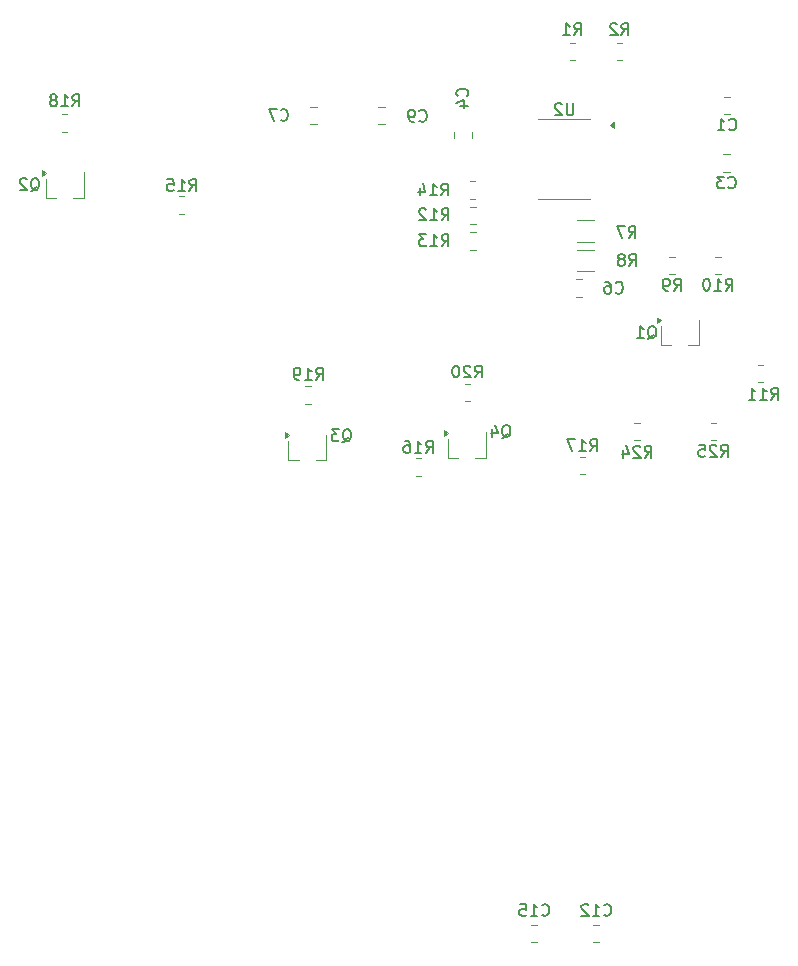
<source format=gbr>
%TF.GenerationSoftware,KiCad,Pcbnew,8.0.6*%
%TF.CreationDate,2024-12-30T11:18:50+02:00*%
%TF.ProjectId,project,70726f6a-6563-4742-9e6b-696361645f70,rev?*%
%TF.SameCoordinates,Original*%
%TF.FileFunction,Legend,Bot*%
%TF.FilePolarity,Positive*%
%FSLAX46Y46*%
G04 Gerber Fmt 4.6, Leading zero omitted, Abs format (unit mm)*
G04 Created by KiCad (PCBNEW 8.0.6) date 2024-12-30 11:18:50*
%MOMM*%
%LPD*%
G01*
G04 APERTURE LIST*
%ADD10C,0.150000*%
%ADD11C,0.120000*%
G04 APERTURE END LIST*
D10*
X144095238Y-80800057D02*
X144190476Y-80752438D01*
X144190476Y-80752438D02*
X144285714Y-80657200D01*
X144285714Y-80657200D02*
X144428571Y-80514342D01*
X144428571Y-80514342D02*
X144523809Y-80466723D01*
X144523809Y-80466723D02*
X144619047Y-80466723D01*
X144571428Y-80704819D02*
X144666666Y-80657200D01*
X144666666Y-80657200D02*
X144761904Y-80561961D01*
X144761904Y-80561961D02*
X144809523Y-80371485D01*
X144809523Y-80371485D02*
X144809523Y-80038152D01*
X144809523Y-80038152D02*
X144761904Y-79847676D01*
X144761904Y-79847676D02*
X144666666Y-79752438D01*
X144666666Y-79752438D02*
X144571428Y-79704819D01*
X144571428Y-79704819D02*
X144380952Y-79704819D01*
X144380952Y-79704819D02*
X144285714Y-79752438D01*
X144285714Y-79752438D02*
X144190476Y-79847676D01*
X144190476Y-79847676D02*
X144142857Y-80038152D01*
X144142857Y-80038152D02*
X144142857Y-80371485D01*
X144142857Y-80371485D02*
X144190476Y-80561961D01*
X144190476Y-80561961D02*
X144285714Y-80657200D01*
X144285714Y-80657200D02*
X144380952Y-80704819D01*
X144380952Y-80704819D02*
X144571428Y-80704819D01*
X143285714Y-80038152D02*
X143285714Y-80704819D01*
X143523809Y-79657200D02*
X143761904Y-80371485D01*
X143761904Y-80371485D02*
X143142857Y-80371485D01*
X150159404Y-52449819D02*
X150159404Y-53259342D01*
X150159404Y-53259342D02*
X150111785Y-53354580D01*
X150111785Y-53354580D02*
X150064166Y-53402200D01*
X150064166Y-53402200D02*
X149968928Y-53449819D01*
X149968928Y-53449819D02*
X149778452Y-53449819D01*
X149778452Y-53449819D02*
X149683214Y-53402200D01*
X149683214Y-53402200D02*
X149635595Y-53354580D01*
X149635595Y-53354580D02*
X149587976Y-53259342D01*
X149587976Y-53259342D02*
X149587976Y-52449819D01*
X149159404Y-52545057D02*
X149111785Y-52497438D01*
X149111785Y-52497438D02*
X149016547Y-52449819D01*
X149016547Y-52449819D02*
X148778452Y-52449819D01*
X148778452Y-52449819D02*
X148683214Y-52497438D01*
X148683214Y-52497438D02*
X148635595Y-52545057D01*
X148635595Y-52545057D02*
X148587976Y-52640295D01*
X148587976Y-52640295D02*
X148587976Y-52735533D01*
X148587976Y-52735533D02*
X148635595Y-52878390D01*
X148635595Y-52878390D02*
X149207023Y-53449819D01*
X149207023Y-53449819D02*
X148587976Y-53449819D01*
X152742857Y-121159580D02*
X152790476Y-121207200D01*
X152790476Y-121207200D02*
X152933333Y-121254819D01*
X152933333Y-121254819D02*
X153028571Y-121254819D01*
X153028571Y-121254819D02*
X153171428Y-121207200D01*
X153171428Y-121207200D02*
X153266666Y-121111961D01*
X153266666Y-121111961D02*
X153314285Y-121016723D01*
X153314285Y-121016723D02*
X153361904Y-120826247D01*
X153361904Y-120826247D02*
X153361904Y-120683390D01*
X153361904Y-120683390D02*
X153314285Y-120492914D01*
X153314285Y-120492914D02*
X153266666Y-120397676D01*
X153266666Y-120397676D02*
X153171428Y-120302438D01*
X153171428Y-120302438D02*
X153028571Y-120254819D01*
X153028571Y-120254819D02*
X152933333Y-120254819D01*
X152933333Y-120254819D02*
X152790476Y-120302438D01*
X152790476Y-120302438D02*
X152742857Y-120350057D01*
X151790476Y-121254819D02*
X152361904Y-121254819D01*
X152076190Y-121254819D02*
X152076190Y-120254819D01*
X152076190Y-120254819D02*
X152171428Y-120397676D01*
X152171428Y-120397676D02*
X152266666Y-120492914D01*
X152266666Y-120492914D02*
X152361904Y-120540533D01*
X151409523Y-120350057D02*
X151361904Y-120302438D01*
X151361904Y-120302438D02*
X151266666Y-120254819D01*
X151266666Y-120254819D02*
X151028571Y-120254819D01*
X151028571Y-120254819D02*
X150933333Y-120302438D01*
X150933333Y-120302438D02*
X150885714Y-120350057D01*
X150885714Y-120350057D02*
X150838095Y-120445295D01*
X150838095Y-120445295D02*
X150838095Y-120540533D01*
X150838095Y-120540533D02*
X150885714Y-120683390D01*
X150885714Y-120683390D02*
X151457142Y-121254819D01*
X151457142Y-121254819D02*
X150838095Y-121254819D01*
X150226666Y-46674819D02*
X150559999Y-46198628D01*
X150798094Y-46674819D02*
X150798094Y-45674819D01*
X150798094Y-45674819D02*
X150417142Y-45674819D01*
X150417142Y-45674819D02*
X150321904Y-45722438D01*
X150321904Y-45722438D02*
X150274285Y-45770057D01*
X150274285Y-45770057D02*
X150226666Y-45865295D01*
X150226666Y-45865295D02*
X150226666Y-46008152D01*
X150226666Y-46008152D02*
X150274285Y-46103390D01*
X150274285Y-46103390D02*
X150321904Y-46151009D01*
X150321904Y-46151009D02*
X150417142Y-46198628D01*
X150417142Y-46198628D02*
X150798094Y-46198628D01*
X149274285Y-46674819D02*
X149845713Y-46674819D01*
X149559999Y-46674819D02*
X149559999Y-45674819D01*
X149559999Y-45674819D02*
X149655237Y-45817676D01*
X149655237Y-45817676D02*
X149750475Y-45912914D01*
X149750475Y-45912914D02*
X149845713Y-45960533D01*
X125366666Y-53859580D02*
X125414285Y-53907200D01*
X125414285Y-53907200D02*
X125557142Y-53954819D01*
X125557142Y-53954819D02*
X125652380Y-53954819D01*
X125652380Y-53954819D02*
X125795237Y-53907200D01*
X125795237Y-53907200D02*
X125890475Y-53811961D01*
X125890475Y-53811961D02*
X125938094Y-53716723D01*
X125938094Y-53716723D02*
X125985713Y-53526247D01*
X125985713Y-53526247D02*
X125985713Y-53383390D01*
X125985713Y-53383390D02*
X125938094Y-53192914D01*
X125938094Y-53192914D02*
X125890475Y-53097676D01*
X125890475Y-53097676D02*
X125795237Y-53002438D01*
X125795237Y-53002438D02*
X125652380Y-52954819D01*
X125652380Y-52954819D02*
X125557142Y-52954819D01*
X125557142Y-52954819D02*
X125414285Y-53002438D01*
X125414285Y-53002438D02*
X125366666Y-53050057D01*
X125033332Y-52954819D02*
X124366666Y-52954819D01*
X124366666Y-52954819D02*
X124795237Y-53954819D01*
X166892857Y-77554819D02*
X167226190Y-77078628D01*
X167464285Y-77554819D02*
X167464285Y-76554819D01*
X167464285Y-76554819D02*
X167083333Y-76554819D01*
X167083333Y-76554819D02*
X166988095Y-76602438D01*
X166988095Y-76602438D02*
X166940476Y-76650057D01*
X166940476Y-76650057D02*
X166892857Y-76745295D01*
X166892857Y-76745295D02*
X166892857Y-76888152D01*
X166892857Y-76888152D02*
X166940476Y-76983390D01*
X166940476Y-76983390D02*
X166988095Y-77031009D01*
X166988095Y-77031009D02*
X167083333Y-77078628D01*
X167083333Y-77078628D02*
X167464285Y-77078628D01*
X165940476Y-77554819D02*
X166511904Y-77554819D01*
X166226190Y-77554819D02*
X166226190Y-76554819D01*
X166226190Y-76554819D02*
X166321428Y-76697676D01*
X166321428Y-76697676D02*
X166416666Y-76792914D01*
X166416666Y-76792914D02*
X166511904Y-76840533D01*
X164988095Y-77554819D02*
X165559523Y-77554819D01*
X165273809Y-77554819D02*
X165273809Y-76554819D01*
X165273809Y-76554819D02*
X165369047Y-76697676D01*
X165369047Y-76697676D02*
X165464285Y-76792914D01*
X165464285Y-76792914D02*
X165559523Y-76840533D01*
X163276666Y-59559580D02*
X163324285Y-59607200D01*
X163324285Y-59607200D02*
X163467142Y-59654819D01*
X163467142Y-59654819D02*
X163562380Y-59654819D01*
X163562380Y-59654819D02*
X163705237Y-59607200D01*
X163705237Y-59607200D02*
X163800475Y-59511961D01*
X163800475Y-59511961D02*
X163848094Y-59416723D01*
X163848094Y-59416723D02*
X163895713Y-59226247D01*
X163895713Y-59226247D02*
X163895713Y-59083390D01*
X163895713Y-59083390D02*
X163848094Y-58892914D01*
X163848094Y-58892914D02*
X163800475Y-58797676D01*
X163800475Y-58797676D02*
X163705237Y-58702438D01*
X163705237Y-58702438D02*
X163562380Y-58654819D01*
X163562380Y-58654819D02*
X163467142Y-58654819D01*
X163467142Y-58654819D02*
X163324285Y-58702438D01*
X163324285Y-58702438D02*
X163276666Y-58750057D01*
X162943332Y-58654819D02*
X162324285Y-58654819D01*
X162324285Y-58654819D02*
X162657618Y-59035771D01*
X162657618Y-59035771D02*
X162514761Y-59035771D01*
X162514761Y-59035771D02*
X162419523Y-59083390D01*
X162419523Y-59083390D02*
X162371904Y-59131009D01*
X162371904Y-59131009D02*
X162324285Y-59226247D01*
X162324285Y-59226247D02*
X162324285Y-59464342D01*
X162324285Y-59464342D02*
X162371904Y-59559580D01*
X162371904Y-59559580D02*
X162419523Y-59607200D01*
X162419523Y-59607200D02*
X162514761Y-59654819D01*
X162514761Y-59654819D02*
X162800475Y-59654819D01*
X162800475Y-59654819D02*
X162895713Y-59607200D01*
X162895713Y-59607200D02*
X162943332Y-59559580D01*
X163052857Y-68309819D02*
X163386190Y-67833628D01*
X163624285Y-68309819D02*
X163624285Y-67309819D01*
X163624285Y-67309819D02*
X163243333Y-67309819D01*
X163243333Y-67309819D02*
X163148095Y-67357438D01*
X163148095Y-67357438D02*
X163100476Y-67405057D01*
X163100476Y-67405057D02*
X163052857Y-67500295D01*
X163052857Y-67500295D02*
X163052857Y-67643152D01*
X163052857Y-67643152D02*
X163100476Y-67738390D01*
X163100476Y-67738390D02*
X163148095Y-67786009D01*
X163148095Y-67786009D02*
X163243333Y-67833628D01*
X163243333Y-67833628D02*
X163624285Y-67833628D01*
X162100476Y-68309819D02*
X162671904Y-68309819D01*
X162386190Y-68309819D02*
X162386190Y-67309819D01*
X162386190Y-67309819D02*
X162481428Y-67452676D01*
X162481428Y-67452676D02*
X162576666Y-67547914D01*
X162576666Y-67547914D02*
X162671904Y-67595533D01*
X161481428Y-67309819D02*
X161386190Y-67309819D01*
X161386190Y-67309819D02*
X161290952Y-67357438D01*
X161290952Y-67357438D02*
X161243333Y-67405057D01*
X161243333Y-67405057D02*
X161195714Y-67500295D01*
X161195714Y-67500295D02*
X161148095Y-67690771D01*
X161148095Y-67690771D02*
X161148095Y-67928866D01*
X161148095Y-67928866D02*
X161195714Y-68119342D01*
X161195714Y-68119342D02*
X161243333Y-68214580D01*
X161243333Y-68214580D02*
X161290952Y-68262200D01*
X161290952Y-68262200D02*
X161386190Y-68309819D01*
X161386190Y-68309819D02*
X161481428Y-68309819D01*
X161481428Y-68309819D02*
X161576666Y-68262200D01*
X161576666Y-68262200D02*
X161624285Y-68214580D01*
X161624285Y-68214580D02*
X161671904Y-68119342D01*
X161671904Y-68119342D02*
X161719523Y-67928866D01*
X161719523Y-67928866D02*
X161719523Y-67690771D01*
X161719523Y-67690771D02*
X161671904Y-67500295D01*
X161671904Y-67500295D02*
X161624285Y-67405057D01*
X161624285Y-67405057D02*
X161576666Y-67357438D01*
X161576666Y-67357438D02*
X161481428Y-67309819D01*
X141815357Y-75652319D02*
X142148690Y-75176128D01*
X142386785Y-75652319D02*
X142386785Y-74652319D01*
X142386785Y-74652319D02*
X142005833Y-74652319D01*
X142005833Y-74652319D02*
X141910595Y-74699938D01*
X141910595Y-74699938D02*
X141862976Y-74747557D01*
X141862976Y-74747557D02*
X141815357Y-74842795D01*
X141815357Y-74842795D02*
X141815357Y-74985652D01*
X141815357Y-74985652D02*
X141862976Y-75080890D01*
X141862976Y-75080890D02*
X141910595Y-75128509D01*
X141910595Y-75128509D02*
X142005833Y-75176128D01*
X142005833Y-75176128D02*
X142386785Y-75176128D01*
X141434404Y-74747557D02*
X141386785Y-74699938D01*
X141386785Y-74699938D02*
X141291547Y-74652319D01*
X141291547Y-74652319D02*
X141053452Y-74652319D01*
X141053452Y-74652319D02*
X140958214Y-74699938D01*
X140958214Y-74699938D02*
X140910595Y-74747557D01*
X140910595Y-74747557D02*
X140862976Y-74842795D01*
X140862976Y-74842795D02*
X140862976Y-74938033D01*
X140862976Y-74938033D02*
X140910595Y-75080890D01*
X140910595Y-75080890D02*
X141482023Y-75652319D01*
X141482023Y-75652319D02*
X140862976Y-75652319D01*
X140243928Y-74652319D02*
X140148690Y-74652319D01*
X140148690Y-74652319D02*
X140053452Y-74699938D01*
X140053452Y-74699938D02*
X140005833Y-74747557D01*
X140005833Y-74747557D02*
X139958214Y-74842795D01*
X139958214Y-74842795D02*
X139910595Y-75033271D01*
X139910595Y-75033271D02*
X139910595Y-75271366D01*
X139910595Y-75271366D02*
X139958214Y-75461842D01*
X139958214Y-75461842D02*
X140005833Y-75557080D01*
X140005833Y-75557080D02*
X140053452Y-75604700D01*
X140053452Y-75604700D02*
X140148690Y-75652319D01*
X140148690Y-75652319D02*
X140243928Y-75652319D01*
X140243928Y-75652319D02*
X140339166Y-75604700D01*
X140339166Y-75604700D02*
X140386785Y-75557080D01*
X140386785Y-75557080D02*
X140434404Y-75461842D01*
X140434404Y-75461842D02*
X140482023Y-75271366D01*
X140482023Y-75271366D02*
X140482023Y-75033271D01*
X140482023Y-75033271D02*
X140434404Y-74842795D01*
X140434404Y-74842795D02*
X140386785Y-74747557D01*
X140386785Y-74747557D02*
X140339166Y-74699938D01*
X140339166Y-74699938D02*
X140243928Y-74652319D01*
X138992857Y-62354819D02*
X139326190Y-61878628D01*
X139564285Y-62354819D02*
X139564285Y-61354819D01*
X139564285Y-61354819D02*
X139183333Y-61354819D01*
X139183333Y-61354819D02*
X139088095Y-61402438D01*
X139088095Y-61402438D02*
X139040476Y-61450057D01*
X139040476Y-61450057D02*
X138992857Y-61545295D01*
X138992857Y-61545295D02*
X138992857Y-61688152D01*
X138992857Y-61688152D02*
X139040476Y-61783390D01*
X139040476Y-61783390D02*
X139088095Y-61831009D01*
X139088095Y-61831009D02*
X139183333Y-61878628D01*
X139183333Y-61878628D02*
X139564285Y-61878628D01*
X138040476Y-62354819D02*
X138611904Y-62354819D01*
X138326190Y-62354819D02*
X138326190Y-61354819D01*
X138326190Y-61354819D02*
X138421428Y-61497676D01*
X138421428Y-61497676D02*
X138516666Y-61592914D01*
X138516666Y-61592914D02*
X138611904Y-61640533D01*
X137659523Y-61450057D02*
X137611904Y-61402438D01*
X137611904Y-61402438D02*
X137516666Y-61354819D01*
X137516666Y-61354819D02*
X137278571Y-61354819D01*
X137278571Y-61354819D02*
X137183333Y-61402438D01*
X137183333Y-61402438D02*
X137135714Y-61450057D01*
X137135714Y-61450057D02*
X137088095Y-61545295D01*
X137088095Y-61545295D02*
X137088095Y-61640533D01*
X137088095Y-61640533D02*
X137135714Y-61783390D01*
X137135714Y-61783390D02*
X137707142Y-62354819D01*
X137707142Y-62354819D02*
X137088095Y-62354819D01*
X156445238Y-72400057D02*
X156540476Y-72352438D01*
X156540476Y-72352438D02*
X156635714Y-72257200D01*
X156635714Y-72257200D02*
X156778571Y-72114342D01*
X156778571Y-72114342D02*
X156873809Y-72066723D01*
X156873809Y-72066723D02*
X156969047Y-72066723D01*
X156921428Y-72304819D02*
X157016666Y-72257200D01*
X157016666Y-72257200D02*
X157111904Y-72161961D01*
X157111904Y-72161961D02*
X157159523Y-71971485D01*
X157159523Y-71971485D02*
X157159523Y-71638152D01*
X157159523Y-71638152D02*
X157111904Y-71447676D01*
X157111904Y-71447676D02*
X157016666Y-71352438D01*
X157016666Y-71352438D02*
X156921428Y-71304819D01*
X156921428Y-71304819D02*
X156730952Y-71304819D01*
X156730952Y-71304819D02*
X156635714Y-71352438D01*
X156635714Y-71352438D02*
X156540476Y-71447676D01*
X156540476Y-71447676D02*
X156492857Y-71638152D01*
X156492857Y-71638152D02*
X156492857Y-71971485D01*
X156492857Y-71971485D02*
X156540476Y-72161961D01*
X156540476Y-72161961D02*
X156635714Y-72257200D01*
X156635714Y-72257200D02*
X156730952Y-72304819D01*
X156730952Y-72304819D02*
X156921428Y-72304819D01*
X155540476Y-72304819D02*
X156111904Y-72304819D01*
X155826190Y-72304819D02*
X155826190Y-71304819D01*
X155826190Y-71304819D02*
X155921428Y-71447676D01*
X155921428Y-71447676D02*
X156016666Y-71542914D01*
X156016666Y-71542914D02*
X156111904Y-71590533D01*
X137670357Y-82037319D02*
X138003690Y-81561128D01*
X138241785Y-82037319D02*
X138241785Y-81037319D01*
X138241785Y-81037319D02*
X137860833Y-81037319D01*
X137860833Y-81037319D02*
X137765595Y-81084938D01*
X137765595Y-81084938D02*
X137717976Y-81132557D01*
X137717976Y-81132557D02*
X137670357Y-81227795D01*
X137670357Y-81227795D02*
X137670357Y-81370652D01*
X137670357Y-81370652D02*
X137717976Y-81465890D01*
X137717976Y-81465890D02*
X137765595Y-81513509D01*
X137765595Y-81513509D02*
X137860833Y-81561128D01*
X137860833Y-81561128D02*
X138241785Y-81561128D01*
X136717976Y-82037319D02*
X137289404Y-82037319D01*
X137003690Y-82037319D02*
X137003690Y-81037319D01*
X137003690Y-81037319D02*
X137098928Y-81180176D01*
X137098928Y-81180176D02*
X137194166Y-81275414D01*
X137194166Y-81275414D02*
X137289404Y-81323033D01*
X135860833Y-81037319D02*
X136051309Y-81037319D01*
X136051309Y-81037319D02*
X136146547Y-81084938D01*
X136146547Y-81084938D02*
X136194166Y-81132557D01*
X136194166Y-81132557D02*
X136289404Y-81275414D01*
X136289404Y-81275414D02*
X136337023Y-81465890D01*
X136337023Y-81465890D02*
X136337023Y-81846842D01*
X136337023Y-81846842D02*
X136289404Y-81942080D01*
X136289404Y-81942080D02*
X136241785Y-81989700D01*
X136241785Y-81989700D02*
X136146547Y-82037319D01*
X136146547Y-82037319D02*
X135956071Y-82037319D01*
X135956071Y-82037319D02*
X135860833Y-81989700D01*
X135860833Y-81989700D02*
X135813214Y-81942080D01*
X135813214Y-81942080D02*
X135765595Y-81846842D01*
X135765595Y-81846842D02*
X135765595Y-81608747D01*
X135765595Y-81608747D02*
X135813214Y-81513509D01*
X135813214Y-81513509D02*
X135860833Y-81465890D01*
X135860833Y-81465890D02*
X135956071Y-81418271D01*
X135956071Y-81418271D02*
X136146547Y-81418271D01*
X136146547Y-81418271D02*
X136241785Y-81465890D01*
X136241785Y-81465890D02*
X136289404Y-81513509D01*
X136289404Y-81513509D02*
X136337023Y-81608747D01*
X158676666Y-68309819D02*
X159009999Y-67833628D01*
X159248094Y-68309819D02*
X159248094Y-67309819D01*
X159248094Y-67309819D02*
X158867142Y-67309819D01*
X158867142Y-67309819D02*
X158771904Y-67357438D01*
X158771904Y-67357438D02*
X158724285Y-67405057D01*
X158724285Y-67405057D02*
X158676666Y-67500295D01*
X158676666Y-67500295D02*
X158676666Y-67643152D01*
X158676666Y-67643152D02*
X158724285Y-67738390D01*
X158724285Y-67738390D02*
X158771904Y-67786009D01*
X158771904Y-67786009D02*
X158867142Y-67833628D01*
X158867142Y-67833628D02*
X159248094Y-67833628D01*
X158200475Y-68309819D02*
X158009999Y-68309819D01*
X158009999Y-68309819D02*
X157914761Y-68262200D01*
X157914761Y-68262200D02*
X157867142Y-68214580D01*
X157867142Y-68214580D02*
X157771904Y-68071723D01*
X157771904Y-68071723D02*
X157724285Y-67881247D01*
X157724285Y-67881247D02*
X157724285Y-67500295D01*
X157724285Y-67500295D02*
X157771904Y-67405057D01*
X157771904Y-67405057D02*
X157819523Y-67357438D01*
X157819523Y-67357438D02*
X157914761Y-67309819D01*
X157914761Y-67309819D02*
X158105237Y-67309819D01*
X158105237Y-67309819D02*
X158200475Y-67357438D01*
X158200475Y-67357438D02*
X158248094Y-67405057D01*
X158248094Y-67405057D02*
X158295713Y-67500295D01*
X158295713Y-67500295D02*
X158295713Y-67738390D01*
X158295713Y-67738390D02*
X158248094Y-67833628D01*
X158248094Y-67833628D02*
X158200475Y-67881247D01*
X158200475Y-67881247D02*
X158105237Y-67928866D01*
X158105237Y-67928866D02*
X157914761Y-67928866D01*
X157914761Y-67928866D02*
X157819523Y-67881247D01*
X157819523Y-67881247D02*
X157771904Y-67833628D01*
X157771904Y-67833628D02*
X157724285Y-67738390D01*
X162642857Y-82369819D02*
X162976190Y-81893628D01*
X163214285Y-82369819D02*
X163214285Y-81369819D01*
X163214285Y-81369819D02*
X162833333Y-81369819D01*
X162833333Y-81369819D02*
X162738095Y-81417438D01*
X162738095Y-81417438D02*
X162690476Y-81465057D01*
X162690476Y-81465057D02*
X162642857Y-81560295D01*
X162642857Y-81560295D02*
X162642857Y-81703152D01*
X162642857Y-81703152D02*
X162690476Y-81798390D01*
X162690476Y-81798390D02*
X162738095Y-81846009D01*
X162738095Y-81846009D02*
X162833333Y-81893628D01*
X162833333Y-81893628D02*
X163214285Y-81893628D01*
X162261904Y-81465057D02*
X162214285Y-81417438D01*
X162214285Y-81417438D02*
X162119047Y-81369819D01*
X162119047Y-81369819D02*
X161880952Y-81369819D01*
X161880952Y-81369819D02*
X161785714Y-81417438D01*
X161785714Y-81417438D02*
X161738095Y-81465057D01*
X161738095Y-81465057D02*
X161690476Y-81560295D01*
X161690476Y-81560295D02*
X161690476Y-81655533D01*
X161690476Y-81655533D02*
X161738095Y-81798390D01*
X161738095Y-81798390D02*
X162309523Y-82369819D01*
X162309523Y-82369819D02*
X161690476Y-82369819D01*
X160785714Y-81369819D02*
X161261904Y-81369819D01*
X161261904Y-81369819D02*
X161309523Y-81846009D01*
X161309523Y-81846009D02*
X161261904Y-81798390D01*
X161261904Y-81798390D02*
X161166666Y-81750771D01*
X161166666Y-81750771D02*
X160928571Y-81750771D01*
X160928571Y-81750771D02*
X160833333Y-81798390D01*
X160833333Y-81798390D02*
X160785714Y-81846009D01*
X160785714Y-81846009D02*
X160738095Y-81941247D01*
X160738095Y-81941247D02*
X160738095Y-82179342D01*
X160738095Y-82179342D02*
X160785714Y-82274580D01*
X160785714Y-82274580D02*
X160833333Y-82322200D01*
X160833333Y-82322200D02*
X160928571Y-82369819D01*
X160928571Y-82369819D02*
X161166666Y-82369819D01*
X161166666Y-82369819D02*
X161261904Y-82322200D01*
X161261904Y-82322200D02*
X161309523Y-82274580D01*
X154826666Y-63859819D02*
X155159999Y-63383628D01*
X155398094Y-63859819D02*
X155398094Y-62859819D01*
X155398094Y-62859819D02*
X155017142Y-62859819D01*
X155017142Y-62859819D02*
X154921904Y-62907438D01*
X154921904Y-62907438D02*
X154874285Y-62955057D01*
X154874285Y-62955057D02*
X154826666Y-63050295D01*
X154826666Y-63050295D02*
X154826666Y-63193152D01*
X154826666Y-63193152D02*
X154874285Y-63288390D01*
X154874285Y-63288390D02*
X154921904Y-63336009D01*
X154921904Y-63336009D02*
X155017142Y-63383628D01*
X155017142Y-63383628D02*
X155398094Y-63383628D01*
X154493332Y-62859819D02*
X153826666Y-62859819D01*
X153826666Y-62859819D02*
X154255237Y-63859819D01*
X117641607Y-59878569D02*
X117974940Y-59402378D01*
X118213035Y-59878569D02*
X118213035Y-58878569D01*
X118213035Y-58878569D02*
X117832083Y-58878569D01*
X117832083Y-58878569D02*
X117736845Y-58926188D01*
X117736845Y-58926188D02*
X117689226Y-58973807D01*
X117689226Y-58973807D02*
X117641607Y-59069045D01*
X117641607Y-59069045D02*
X117641607Y-59211902D01*
X117641607Y-59211902D02*
X117689226Y-59307140D01*
X117689226Y-59307140D02*
X117736845Y-59354759D01*
X117736845Y-59354759D02*
X117832083Y-59402378D01*
X117832083Y-59402378D02*
X118213035Y-59402378D01*
X116689226Y-59878569D02*
X117260654Y-59878569D01*
X116974940Y-59878569D02*
X116974940Y-58878569D01*
X116974940Y-58878569D02*
X117070178Y-59021426D01*
X117070178Y-59021426D02*
X117165416Y-59116664D01*
X117165416Y-59116664D02*
X117260654Y-59164283D01*
X115784464Y-58878569D02*
X116260654Y-58878569D01*
X116260654Y-58878569D02*
X116308273Y-59354759D01*
X116308273Y-59354759D02*
X116260654Y-59307140D01*
X116260654Y-59307140D02*
X116165416Y-59259521D01*
X116165416Y-59259521D02*
X115927321Y-59259521D01*
X115927321Y-59259521D02*
X115832083Y-59307140D01*
X115832083Y-59307140D02*
X115784464Y-59354759D01*
X115784464Y-59354759D02*
X115736845Y-59449997D01*
X115736845Y-59449997D02*
X115736845Y-59688092D01*
X115736845Y-59688092D02*
X115784464Y-59783330D01*
X115784464Y-59783330D02*
X115832083Y-59830950D01*
X115832083Y-59830950D02*
X115927321Y-59878569D01*
X115927321Y-59878569D02*
X116165416Y-59878569D01*
X116165416Y-59878569D02*
X116260654Y-59830950D01*
X116260654Y-59830950D02*
X116308273Y-59783330D01*
X137116666Y-53909580D02*
X137164285Y-53957200D01*
X137164285Y-53957200D02*
X137307142Y-54004819D01*
X137307142Y-54004819D02*
X137402380Y-54004819D01*
X137402380Y-54004819D02*
X137545237Y-53957200D01*
X137545237Y-53957200D02*
X137640475Y-53861961D01*
X137640475Y-53861961D02*
X137688094Y-53766723D01*
X137688094Y-53766723D02*
X137735713Y-53576247D01*
X137735713Y-53576247D02*
X137735713Y-53433390D01*
X137735713Y-53433390D02*
X137688094Y-53242914D01*
X137688094Y-53242914D02*
X137640475Y-53147676D01*
X137640475Y-53147676D02*
X137545237Y-53052438D01*
X137545237Y-53052438D02*
X137402380Y-53004819D01*
X137402380Y-53004819D02*
X137307142Y-53004819D01*
X137307142Y-53004819D02*
X137164285Y-53052438D01*
X137164285Y-53052438D02*
X137116666Y-53100057D01*
X136640475Y-54004819D02*
X136449999Y-54004819D01*
X136449999Y-54004819D02*
X136354761Y-53957200D01*
X136354761Y-53957200D02*
X136307142Y-53909580D01*
X136307142Y-53909580D02*
X136211904Y-53766723D01*
X136211904Y-53766723D02*
X136164285Y-53576247D01*
X136164285Y-53576247D02*
X136164285Y-53195295D01*
X136164285Y-53195295D02*
X136211904Y-53100057D01*
X136211904Y-53100057D02*
X136259523Y-53052438D01*
X136259523Y-53052438D02*
X136354761Y-53004819D01*
X136354761Y-53004819D02*
X136545237Y-53004819D01*
X136545237Y-53004819D02*
X136640475Y-53052438D01*
X136640475Y-53052438D02*
X136688094Y-53100057D01*
X136688094Y-53100057D02*
X136735713Y-53195295D01*
X136735713Y-53195295D02*
X136735713Y-53433390D01*
X136735713Y-53433390D02*
X136688094Y-53528628D01*
X136688094Y-53528628D02*
X136640475Y-53576247D01*
X136640475Y-53576247D02*
X136545237Y-53623866D01*
X136545237Y-53623866D02*
X136354761Y-53623866D01*
X136354761Y-53623866D02*
X136259523Y-53576247D01*
X136259523Y-53576247D02*
X136211904Y-53528628D01*
X136211904Y-53528628D02*
X136164285Y-53433390D01*
X141159580Y-51833333D02*
X141207200Y-51785714D01*
X141207200Y-51785714D02*
X141254819Y-51642857D01*
X141254819Y-51642857D02*
X141254819Y-51547619D01*
X141254819Y-51547619D02*
X141207200Y-51404762D01*
X141207200Y-51404762D02*
X141111961Y-51309524D01*
X141111961Y-51309524D02*
X141016723Y-51261905D01*
X141016723Y-51261905D02*
X140826247Y-51214286D01*
X140826247Y-51214286D02*
X140683390Y-51214286D01*
X140683390Y-51214286D02*
X140492914Y-51261905D01*
X140492914Y-51261905D02*
X140397676Y-51309524D01*
X140397676Y-51309524D02*
X140302438Y-51404762D01*
X140302438Y-51404762D02*
X140254819Y-51547619D01*
X140254819Y-51547619D02*
X140254819Y-51642857D01*
X140254819Y-51642857D02*
X140302438Y-51785714D01*
X140302438Y-51785714D02*
X140350057Y-51833333D01*
X140588152Y-52690476D02*
X141254819Y-52690476D01*
X140207200Y-52452381D02*
X140921485Y-52214286D01*
X140921485Y-52214286D02*
X140921485Y-52833333D01*
X130595238Y-81150057D02*
X130690476Y-81102438D01*
X130690476Y-81102438D02*
X130785714Y-81007200D01*
X130785714Y-81007200D02*
X130928571Y-80864342D01*
X130928571Y-80864342D02*
X131023809Y-80816723D01*
X131023809Y-80816723D02*
X131119047Y-80816723D01*
X131071428Y-81054819D02*
X131166666Y-81007200D01*
X131166666Y-81007200D02*
X131261904Y-80911961D01*
X131261904Y-80911961D02*
X131309523Y-80721485D01*
X131309523Y-80721485D02*
X131309523Y-80388152D01*
X131309523Y-80388152D02*
X131261904Y-80197676D01*
X131261904Y-80197676D02*
X131166666Y-80102438D01*
X131166666Y-80102438D02*
X131071428Y-80054819D01*
X131071428Y-80054819D02*
X130880952Y-80054819D01*
X130880952Y-80054819D02*
X130785714Y-80102438D01*
X130785714Y-80102438D02*
X130690476Y-80197676D01*
X130690476Y-80197676D02*
X130642857Y-80388152D01*
X130642857Y-80388152D02*
X130642857Y-80721485D01*
X130642857Y-80721485D02*
X130690476Y-80911961D01*
X130690476Y-80911961D02*
X130785714Y-81007200D01*
X130785714Y-81007200D02*
X130880952Y-81054819D01*
X130880952Y-81054819D02*
X131071428Y-81054819D01*
X130309523Y-80054819D02*
X129690476Y-80054819D01*
X129690476Y-80054819D02*
X130023809Y-80435771D01*
X130023809Y-80435771D02*
X129880952Y-80435771D01*
X129880952Y-80435771D02*
X129785714Y-80483390D01*
X129785714Y-80483390D02*
X129738095Y-80531009D01*
X129738095Y-80531009D02*
X129690476Y-80626247D01*
X129690476Y-80626247D02*
X129690476Y-80864342D01*
X129690476Y-80864342D02*
X129738095Y-80959580D01*
X129738095Y-80959580D02*
X129785714Y-81007200D01*
X129785714Y-81007200D02*
X129880952Y-81054819D01*
X129880952Y-81054819D02*
X130166666Y-81054819D01*
X130166666Y-81054819D02*
X130261904Y-81007200D01*
X130261904Y-81007200D02*
X130309523Y-80959580D01*
X147492857Y-121159580D02*
X147540476Y-121207200D01*
X147540476Y-121207200D02*
X147683333Y-121254819D01*
X147683333Y-121254819D02*
X147778571Y-121254819D01*
X147778571Y-121254819D02*
X147921428Y-121207200D01*
X147921428Y-121207200D02*
X148016666Y-121111961D01*
X148016666Y-121111961D02*
X148064285Y-121016723D01*
X148064285Y-121016723D02*
X148111904Y-120826247D01*
X148111904Y-120826247D02*
X148111904Y-120683390D01*
X148111904Y-120683390D02*
X148064285Y-120492914D01*
X148064285Y-120492914D02*
X148016666Y-120397676D01*
X148016666Y-120397676D02*
X147921428Y-120302438D01*
X147921428Y-120302438D02*
X147778571Y-120254819D01*
X147778571Y-120254819D02*
X147683333Y-120254819D01*
X147683333Y-120254819D02*
X147540476Y-120302438D01*
X147540476Y-120302438D02*
X147492857Y-120350057D01*
X146540476Y-121254819D02*
X147111904Y-121254819D01*
X146826190Y-121254819D02*
X146826190Y-120254819D01*
X146826190Y-120254819D02*
X146921428Y-120397676D01*
X146921428Y-120397676D02*
X147016666Y-120492914D01*
X147016666Y-120492914D02*
X147111904Y-120540533D01*
X145635714Y-120254819D02*
X146111904Y-120254819D01*
X146111904Y-120254819D02*
X146159523Y-120731009D01*
X146159523Y-120731009D02*
X146111904Y-120683390D01*
X146111904Y-120683390D02*
X146016666Y-120635771D01*
X146016666Y-120635771D02*
X145778571Y-120635771D01*
X145778571Y-120635771D02*
X145683333Y-120683390D01*
X145683333Y-120683390D02*
X145635714Y-120731009D01*
X145635714Y-120731009D02*
X145588095Y-120826247D01*
X145588095Y-120826247D02*
X145588095Y-121064342D01*
X145588095Y-121064342D02*
X145635714Y-121159580D01*
X145635714Y-121159580D02*
X145683333Y-121207200D01*
X145683333Y-121207200D02*
X145778571Y-121254819D01*
X145778571Y-121254819D02*
X146016666Y-121254819D01*
X146016666Y-121254819D02*
X146111904Y-121207200D01*
X146111904Y-121207200D02*
X146159523Y-121159580D01*
X128370357Y-75857319D02*
X128703690Y-75381128D01*
X128941785Y-75857319D02*
X128941785Y-74857319D01*
X128941785Y-74857319D02*
X128560833Y-74857319D01*
X128560833Y-74857319D02*
X128465595Y-74904938D01*
X128465595Y-74904938D02*
X128417976Y-74952557D01*
X128417976Y-74952557D02*
X128370357Y-75047795D01*
X128370357Y-75047795D02*
X128370357Y-75190652D01*
X128370357Y-75190652D02*
X128417976Y-75285890D01*
X128417976Y-75285890D02*
X128465595Y-75333509D01*
X128465595Y-75333509D02*
X128560833Y-75381128D01*
X128560833Y-75381128D02*
X128941785Y-75381128D01*
X127417976Y-75857319D02*
X127989404Y-75857319D01*
X127703690Y-75857319D02*
X127703690Y-74857319D01*
X127703690Y-74857319D02*
X127798928Y-75000176D01*
X127798928Y-75000176D02*
X127894166Y-75095414D01*
X127894166Y-75095414D02*
X127989404Y-75143033D01*
X126941785Y-75857319D02*
X126751309Y-75857319D01*
X126751309Y-75857319D02*
X126656071Y-75809700D01*
X126656071Y-75809700D02*
X126608452Y-75762080D01*
X126608452Y-75762080D02*
X126513214Y-75619223D01*
X126513214Y-75619223D02*
X126465595Y-75428747D01*
X126465595Y-75428747D02*
X126465595Y-75047795D01*
X126465595Y-75047795D02*
X126513214Y-74952557D01*
X126513214Y-74952557D02*
X126560833Y-74904938D01*
X126560833Y-74904938D02*
X126656071Y-74857319D01*
X126656071Y-74857319D02*
X126846547Y-74857319D01*
X126846547Y-74857319D02*
X126941785Y-74904938D01*
X126941785Y-74904938D02*
X126989404Y-74952557D01*
X126989404Y-74952557D02*
X127037023Y-75047795D01*
X127037023Y-75047795D02*
X127037023Y-75285890D01*
X127037023Y-75285890D02*
X126989404Y-75381128D01*
X126989404Y-75381128D02*
X126941785Y-75428747D01*
X126941785Y-75428747D02*
X126846547Y-75476366D01*
X126846547Y-75476366D02*
X126656071Y-75476366D01*
X126656071Y-75476366D02*
X126560833Y-75428747D01*
X126560833Y-75428747D02*
X126513214Y-75381128D01*
X126513214Y-75381128D02*
X126465595Y-75285890D01*
X151565357Y-81902319D02*
X151898690Y-81426128D01*
X152136785Y-81902319D02*
X152136785Y-80902319D01*
X152136785Y-80902319D02*
X151755833Y-80902319D01*
X151755833Y-80902319D02*
X151660595Y-80949938D01*
X151660595Y-80949938D02*
X151612976Y-80997557D01*
X151612976Y-80997557D02*
X151565357Y-81092795D01*
X151565357Y-81092795D02*
X151565357Y-81235652D01*
X151565357Y-81235652D02*
X151612976Y-81330890D01*
X151612976Y-81330890D02*
X151660595Y-81378509D01*
X151660595Y-81378509D02*
X151755833Y-81426128D01*
X151755833Y-81426128D02*
X152136785Y-81426128D01*
X150612976Y-81902319D02*
X151184404Y-81902319D01*
X150898690Y-81902319D02*
X150898690Y-80902319D01*
X150898690Y-80902319D02*
X150993928Y-81045176D01*
X150993928Y-81045176D02*
X151089166Y-81140414D01*
X151089166Y-81140414D02*
X151184404Y-81188033D01*
X150279642Y-80902319D02*
X149612976Y-80902319D01*
X149612976Y-80902319D02*
X150041547Y-81902319D01*
X138992857Y-64554819D02*
X139326190Y-64078628D01*
X139564285Y-64554819D02*
X139564285Y-63554819D01*
X139564285Y-63554819D02*
X139183333Y-63554819D01*
X139183333Y-63554819D02*
X139088095Y-63602438D01*
X139088095Y-63602438D02*
X139040476Y-63650057D01*
X139040476Y-63650057D02*
X138992857Y-63745295D01*
X138992857Y-63745295D02*
X138992857Y-63888152D01*
X138992857Y-63888152D02*
X139040476Y-63983390D01*
X139040476Y-63983390D02*
X139088095Y-64031009D01*
X139088095Y-64031009D02*
X139183333Y-64078628D01*
X139183333Y-64078628D02*
X139564285Y-64078628D01*
X138040476Y-64554819D02*
X138611904Y-64554819D01*
X138326190Y-64554819D02*
X138326190Y-63554819D01*
X138326190Y-63554819D02*
X138421428Y-63697676D01*
X138421428Y-63697676D02*
X138516666Y-63792914D01*
X138516666Y-63792914D02*
X138611904Y-63840533D01*
X137707142Y-63554819D02*
X137088095Y-63554819D01*
X137088095Y-63554819D02*
X137421428Y-63935771D01*
X137421428Y-63935771D02*
X137278571Y-63935771D01*
X137278571Y-63935771D02*
X137183333Y-63983390D01*
X137183333Y-63983390D02*
X137135714Y-64031009D01*
X137135714Y-64031009D02*
X137088095Y-64126247D01*
X137088095Y-64126247D02*
X137088095Y-64364342D01*
X137088095Y-64364342D02*
X137135714Y-64459580D01*
X137135714Y-64459580D02*
X137183333Y-64507200D01*
X137183333Y-64507200D02*
X137278571Y-64554819D01*
X137278571Y-64554819D02*
X137564285Y-64554819D01*
X137564285Y-64554819D02*
X137659523Y-64507200D01*
X137659523Y-64507200D02*
X137707142Y-64459580D01*
X107742857Y-52704819D02*
X108076190Y-52228628D01*
X108314285Y-52704819D02*
X108314285Y-51704819D01*
X108314285Y-51704819D02*
X107933333Y-51704819D01*
X107933333Y-51704819D02*
X107838095Y-51752438D01*
X107838095Y-51752438D02*
X107790476Y-51800057D01*
X107790476Y-51800057D02*
X107742857Y-51895295D01*
X107742857Y-51895295D02*
X107742857Y-52038152D01*
X107742857Y-52038152D02*
X107790476Y-52133390D01*
X107790476Y-52133390D02*
X107838095Y-52181009D01*
X107838095Y-52181009D02*
X107933333Y-52228628D01*
X107933333Y-52228628D02*
X108314285Y-52228628D01*
X106790476Y-52704819D02*
X107361904Y-52704819D01*
X107076190Y-52704819D02*
X107076190Y-51704819D01*
X107076190Y-51704819D02*
X107171428Y-51847676D01*
X107171428Y-51847676D02*
X107266666Y-51942914D01*
X107266666Y-51942914D02*
X107361904Y-51990533D01*
X106219047Y-52133390D02*
X106314285Y-52085771D01*
X106314285Y-52085771D02*
X106361904Y-52038152D01*
X106361904Y-52038152D02*
X106409523Y-51942914D01*
X106409523Y-51942914D02*
X106409523Y-51895295D01*
X106409523Y-51895295D02*
X106361904Y-51800057D01*
X106361904Y-51800057D02*
X106314285Y-51752438D01*
X106314285Y-51752438D02*
X106219047Y-51704819D01*
X106219047Y-51704819D02*
X106028571Y-51704819D01*
X106028571Y-51704819D02*
X105933333Y-51752438D01*
X105933333Y-51752438D02*
X105885714Y-51800057D01*
X105885714Y-51800057D02*
X105838095Y-51895295D01*
X105838095Y-51895295D02*
X105838095Y-51942914D01*
X105838095Y-51942914D02*
X105885714Y-52038152D01*
X105885714Y-52038152D02*
X105933333Y-52085771D01*
X105933333Y-52085771D02*
X106028571Y-52133390D01*
X106028571Y-52133390D02*
X106219047Y-52133390D01*
X106219047Y-52133390D02*
X106314285Y-52181009D01*
X106314285Y-52181009D02*
X106361904Y-52228628D01*
X106361904Y-52228628D02*
X106409523Y-52323866D01*
X106409523Y-52323866D02*
X106409523Y-52514342D01*
X106409523Y-52514342D02*
X106361904Y-52609580D01*
X106361904Y-52609580D02*
X106314285Y-52657200D01*
X106314285Y-52657200D02*
X106219047Y-52704819D01*
X106219047Y-52704819D02*
X106028571Y-52704819D01*
X106028571Y-52704819D02*
X105933333Y-52657200D01*
X105933333Y-52657200D02*
X105885714Y-52609580D01*
X105885714Y-52609580D02*
X105838095Y-52514342D01*
X105838095Y-52514342D02*
X105838095Y-52323866D01*
X105838095Y-52323866D02*
X105885714Y-52228628D01*
X105885714Y-52228628D02*
X105933333Y-52181009D01*
X105933333Y-52181009D02*
X106028571Y-52133390D01*
X154226666Y-46674819D02*
X154559999Y-46198628D01*
X154798094Y-46674819D02*
X154798094Y-45674819D01*
X154798094Y-45674819D02*
X154417142Y-45674819D01*
X154417142Y-45674819D02*
X154321904Y-45722438D01*
X154321904Y-45722438D02*
X154274285Y-45770057D01*
X154274285Y-45770057D02*
X154226666Y-45865295D01*
X154226666Y-45865295D02*
X154226666Y-46008152D01*
X154226666Y-46008152D02*
X154274285Y-46103390D01*
X154274285Y-46103390D02*
X154321904Y-46151009D01*
X154321904Y-46151009D02*
X154417142Y-46198628D01*
X154417142Y-46198628D02*
X154798094Y-46198628D01*
X153845713Y-45770057D02*
X153798094Y-45722438D01*
X153798094Y-45722438D02*
X153702856Y-45674819D01*
X153702856Y-45674819D02*
X153464761Y-45674819D01*
X153464761Y-45674819D02*
X153369523Y-45722438D01*
X153369523Y-45722438D02*
X153321904Y-45770057D01*
X153321904Y-45770057D02*
X153274285Y-45865295D01*
X153274285Y-45865295D02*
X153274285Y-45960533D01*
X153274285Y-45960533D02*
X153321904Y-46103390D01*
X153321904Y-46103390D02*
X153893332Y-46674819D01*
X153893332Y-46674819D02*
X153274285Y-46674819D01*
X138952857Y-60254819D02*
X139286190Y-59778628D01*
X139524285Y-60254819D02*
X139524285Y-59254819D01*
X139524285Y-59254819D02*
X139143333Y-59254819D01*
X139143333Y-59254819D02*
X139048095Y-59302438D01*
X139048095Y-59302438D02*
X139000476Y-59350057D01*
X139000476Y-59350057D02*
X138952857Y-59445295D01*
X138952857Y-59445295D02*
X138952857Y-59588152D01*
X138952857Y-59588152D02*
X139000476Y-59683390D01*
X139000476Y-59683390D02*
X139048095Y-59731009D01*
X139048095Y-59731009D02*
X139143333Y-59778628D01*
X139143333Y-59778628D02*
X139524285Y-59778628D01*
X138000476Y-60254819D02*
X138571904Y-60254819D01*
X138286190Y-60254819D02*
X138286190Y-59254819D01*
X138286190Y-59254819D02*
X138381428Y-59397676D01*
X138381428Y-59397676D02*
X138476666Y-59492914D01*
X138476666Y-59492914D02*
X138571904Y-59540533D01*
X137143333Y-59588152D02*
X137143333Y-60254819D01*
X137381428Y-59207200D02*
X137619523Y-59921485D01*
X137619523Y-59921485D02*
X137000476Y-59921485D01*
X153726666Y-68464580D02*
X153774285Y-68512200D01*
X153774285Y-68512200D02*
X153917142Y-68559819D01*
X153917142Y-68559819D02*
X154012380Y-68559819D01*
X154012380Y-68559819D02*
X154155237Y-68512200D01*
X154155237Y-68512200D02*
X154250475Y-68416961D01*
X154250475Y-68416961D02*
X154298094Y-68321723D01*
X154298094Y-68321723D02*
X154345713Y-68131247D01*
X154345713Y-68131247D02*
X154345713Y-67988390D01*
X154345713Y-67988390D02*
X154298094Y-67797914D01*
X154298094Y-67797914D02*
X154250475Y-67702676D01*
X154250475Y-67702676D02*
X154155237Y-67607438D01*
X154155237Y-67607438D02*
X154012380Y-67559819D01*
X154012380Y-67559819D02*
X153917142Y-67559819D01*
X153917142Y-67559819D02*
X153774285Y-67607438D01*
X153774285Y-67607438D02*
X153726666Y-67655057D01*
X152869523Y-67559819D02*
X153059999Y-67559819D01*
X153059999Y-67559819D02*
X153155237Y-67607438D01*
X153155237Y-67607438D02*
X153202856Y-67655057D01*
X153202856Y-67655057D02*
X153298094Y-67797914D01*
X153298094Y-67797914D02*
X153345713Y-67988390D01*
X153345713Y-67988390D02*
X153345713Y-68369342D01*
X153345713Y-68369342D02*
X153298094Y-68464580D01*
X153298094Y-68464580D02*
X153250475Y-68512200D01*
X153250475Y-68512200D02*
X153155237Y-68559819D01*
X153155237Y-68559819D02*
X152964761Y-68559819D01*
X152964761Y-68559819D02*
X152869523Y-68512200D01*
X152869523Y-68512200D02*
X152821904Y-68464580D01*
X152821904Y-68464580D02*
X152774285Y-68369342D01*
X152774285Y-68369342D02*
X152774285Y-68131247D01*
X152774285Y-68131247D02*
X152821904Y-68036009D01*
X152821904Y-68036009D02*
X152869523Y-67988390D01*
X152869523Y-67988390D02*
X152964761Y-67940771D01*
X152964761Y-67940771D02*
X153155237Y-67940771D01*
X153155237Y-67940771D02*
X153250475Y-67988390D01*
X153250475Y-67988390D02*
X153298094Y-68036009D01*
X153298094Y-68036009D02*
X153345713Y-68131247D01*
X154876666Y-66209819D02*
X155209999Y-65733628D01*
X155448094Y-66209819D02*
X155448094Y-65209819D01*
X155448094Y-65209819D02*
X155067142Y-65209819D01*
X155067142Y-65209819D02*
X154971904Y-65257438D01*
X154971904Y-65257438D02*
X154924285Y-65305057D01*
X154924285Y-65305057D02*
X154876666Y-65400295D01*
X154876666Y-65400295D02*
X154876666Y-65543152D01*
X154876666Y-65543152D02*
X154924285Y-65638390D01*
X154924285Y-65638390D02*
X154971904Y-65686009D01*
X154971904Y-65686009D02*
X155067142Y-65733628D01*
X155067142Y-65733628D02*
X155448094Y-65733628D01*
X154305237Y-65638390D02*
X154400475Y-65590771D01*
X154400475Y-65590771D02*
X154448094Y-65543152D01*
X154448094Y-65543152D02*
X154495713Y-65447914D01*
X154495713Y-65447914D02*
X154495713Y-65400295D01*
X154495713Y-65400295D02*
X154448094Y-65305057D01*
X154448094Y-65305057D02*
X154400475Y-65257438D01*
X154400475Y-65257438D02*
X154305237Y-65209819D01*
X154305237Y-65209819D02*
X154114761Y-65209819D01*
X154114761Y-65209819D02*
X154019523Y-65257438D01*
X154019523Y-65257438D02*
X153971904Y-65305057D01*
X153971904Y-65305057D02*
X153924285Y-65400295D01*
X153924285Y-65400295D02*
X153924285Y-65447914D01*
X153924285Y-65447914D02*
X153971904Y-65543152D01*
X153971904Y-65543152D02*
X154019523Y-65590771D01*
X154019523Y-65590771D02*
X154114761Y-65638390D01*
X154114761Y-65638390D02*
X154305237Y-65638390D01*
X154305237Y-65638390D02*
X154400475Y-65686009D01*
X154400475Y-65686009D02*
X154448094Y-65733628D01*
X154448094Y-65733628D02*
X154495713Y-65828866D01*
X154495713Y-65828866D02*
X154495713Y-66019342D01*
X154495713Y-66019342D02*
X154448094Y-66114580D01*
X154448094Y-66114580D02*
X154400475Y-66162200D01*
X154400475Y-66162200D02*
X154305237Y-66209819D01*
X154305237Y-66209819D02*
X154114761Y-66209819D01*
X154114761Y-66209819D02*
X154019523Y-66162200D01*
X154019523Y-66162200D02*
X153971904Y-66114580D01*
X153971904Y-66114580D02*
X153924285Y-66019342D01*
X153924285Y-66019342D02*
X153924285Y-65828866D01*
X153924285Y-65828866D02*
X153971904Y-65733628D01*
X153971904Y-65733628D02*
X154019523Y-65686009D01*
X154019523Y-65686009D02*
X154114761Y-65638390D01*
X163326666Y-54659580D02*
X163374285Y-54707200D01*
X163374285Y-54707200D02*
X163517142Y-54754819D01*
X163517142Y-54754819D02*
X163612380Y-54754819D01*
X163612380Y-54754819D02*
X163755237Y-54707200D01*
X163755237Y-54707200D02*
X163850475Y-54611961D01*
X163850475Y-54611961D02*
X163898094Y-54516723D01*
X163898094Y-54516723D02*
X163945713Y-54326247D01*
X163945713Y-54326247D02*
X163945713Y-54183390D01*
X163945713Y-54183390D02*
X163898094Y-53992914D01*
X163898094Y-53992914D02*
X163850475Y-53897676D01*
X163850475Y-53897676D02*
X163755237Y-53802438D01*
X163755237Y-53802438D02*
X163612380Y-53754819D01*
X163612380Y-53754819D02*
X163517142Y-53754819D01*
X163517142Y-53754819D02*
X163374285Y-53802438D01*
X163374285Y-53802438D02*
X163326666Y-53850057D01*
X162374285Y-54754819D02*
X162945713Y-54754819D01*
X162659999Y-54754819D02*
X162659999Y-53754819D01*
X162659999Y-53754819D02*
X162755237Y-53897676D01*
X162755237Y-53897676D02*
X162850475Y-53992914D01*
X162850475Y-53992914D02*
X162945713Y-54040533D01*
X156192857Y-82454819D02*
X156526190Y-81978628D01*
X156764285Y-82454819D02*
X156764285Y-81454819D01*
X156764285Y-81454819D02*
X156383333Y-81454819D01*
X156383333Y-81454819D02*
X156288095Y-81502438D01*
X156288095Y-81502438D02*
X156240476Y-81550057D01*
X156240476Y-81550057D02*
X156192857Y-81645295D01*
X156192857Y-81645295D02*
X156192857Y-81788152D01*
X156192857Y-81788152D02*
X156240476Y-81883390D01*
X156240476Y-81883390D02*
X156288095Y-81931009D01*
X156288095Y-81931009D02*
X156383333Y-81978628D01*
X156383333Y-81978628D02*
X156764285Y-81978628D01*
X155811904Y-81550057D02*
X155764285Y-81502438D01*
X155764285Y-81502438D02*
X155669047Y-81454819D01*
X155669047Y-81454819D02*
X155430952Y-81454819D01*
X155430952Y-81454819D02*
X155335714Y-81502438D01*
X155335714Y-81502438D02*
X155288095Y-81550057D01*
X155288095Y-81550057D02*
X155240476Y-81645295D01*
X155240476Y-81645295D02*
X155240476Y-81740533D01*
X155240476Y-81740533D02*
X155288095Y-81883390D01*
X155288095Y-81883390D02*
X155859523Y-82454819D01*
X155859523Y-82454819D02*
X155240476Y-82454819D01*
X154383333Y-81788152D02*
X154383333Y-82454819D01*
X154621428Y-81407200D02*
X154859523Y-82121485D01*
X154859523Y-82121485D02*
X154240476Y-82121485D01*
X104195238Y-59900057D02*
X104290476Y-59852438D01*
X104290476Y-59852438D02*
X104385714Y-59757200D01*
X104385714Y-59757200D02*
X104528571Y-59614342D01*
X104528571Y-59614342D02*
X104623809Y-59566723D01*
X104623809Y-59566723D02*
X104719047Y-59566723D01*
X104671428Y-59804819D02*
X104766666Y-59757200D01*
X104766666Y-59757200D02*
X104861904Y-59661961D01*
X104861904Y-59661961D02*
X104909523Y-59471485D01*
X104909523Y-59471485D02*
X104909523Y-59138152D01*
X104909523Y-59138152D02*
X104861904Y-58947676D01*
X104861904Y-58947676D02*
X104766666Y-58852438D01*
X104766666Y-58852438D02*
X104671428Y-58804819D01*
X104671428Y-58804819D02*
X104480952Y-58804819D01*
X104480952Y-58804819D02*
X104385714Y-58852438D01*
X104385714Y-58852438D02*
X104290476Y-58947676D01*
X104290476Y-58947676D02*
X104242857Y-59138152D01*
X104242857Y-59138152D02*
X104242857Y-59471485D01*
X104242857Y-59471485D02*
X104290476Y-59661961D01*
X104290476Y-59661961D02*
X104385714Y-59757200D01*
X104385714Y-59757200D02*
X104480952Y-59804819D01*
X104480952Y-59804819D02*
X104671428Y-59804819D01*
X103861904Y-58900057D02*
X103814285Y-58852438D01*
X103814285Y-58852438D02*
X103719047Y-58804819D01*
X103719047Y-58804819D02*
X103480952Y-58804819D01*
X103480952Y-58804819D02*
X103385714Y-58852438D01*
X103385714Y-58852438D02*
X103338095Y-58900057D01*
X103338095Y-58900057D02*
X103290476Y-58995295D01*
X103290476Y-58995295D02*
X103290476Y-59090533D01*
X103290476Y-59090533D02*
X103338095Y-59233390D01*
X103338095Y-59233390D02*
X103909523Y-59804819D01*
X103909523Y-59804819D02*
X103290476Y-59804819D01*
D11*
%TO.C,Q4*%
X139512500Y-82472500D02*
X139512500Y-80872500D01*
X140422500Y-82472500D02*
X139522500Y-82472500D01*
X142732500Y-82472500D02*
X141822500Y-82472500D01*
X142732500Y-82472500D02*
X142732500Y-80322500D01*
X139562500Y-80372500D02*
X139232500Y-80612500D01*
X139232500Y-80132500D01*
X139562500Y-80372500D01*
G36*
X139562500Y-80372500D02*
G01*
X139232500Y-80612500D01*
X139232500Y-80132500D01*
X139562500Y-80372500D01*
G37*
%TO.C,U2*%
X147197500Y-53810000D02*
X149397500Y-53810000D01*
X147197500Y-60580000D02*
X149397500Y-60580000D01*
X151597500Y-53810000D02*
X149397500Y-53810000D01*
X151597500Y-60580000D02*
X149397500Y-60580000D01*
X153587500Y-54510000D02*
X153257500Y-54270000D01*
X153587500Y-54030000D01*
X153587500Y-54510000D01*
G36*
X153587500Y-54510000D02*
G01*
X153257500Y-54270000D01*
X153587500Y-54030000D01*
X153587500Y-54510000D01*
G37*
%TO.C,C12*%
X152361252Y-122015000D02*
X151838748Y-122015000D01*
X152361252Y-123485000D02*
X151838748Y-123485000D01*
%TO.C,R1*%
X150287064Y-47335000D02*
X149832936Y-47335000D01*
X150287064Y-48805000D02*
X149832936Y-48805000D01*
%TO.C,C7*%
X128411252Y-52765000D02*
X127888748Y-52765000D01*
X128411252Y-54235000D02*
X127888748Y-54235000D01*
%TO.C,R11*%
X165772936Y-74615000D02*
X166227064Y-74615000D01*
X165772936Y-76085000D02*
X166227064Y-76085000D01*
%TO.C,C3*%
X163371252Y-56785000D02*
X162848748Y-56785000D01*
X163371252Y-58255000D02*
X162848748Y-58255000D01*
%TO.C,R10*%
X162637064Y-65470000D02*
X162182936Y-65470000D01*
X162637064Y-66940000D02*
X162182936Y-66940000D01*
%TO.C,R20*%
X141399564Y-76212500D02*
X140945436Y-76212500D01*
X141399564Y-77682500D02*
X140945436Y-77682500D01*
%TO.C,R12*%
X141422936Y-61215000D02*
X141877064Y-61215000D01*
X141422936Y-62685000D02*
X141877064Y-62685000D01*
%TO.C,Q1*%
X157550000Y-72930000D02*
X157550000Y-71330000D01*
X158460000Y-72930000D02*
X157560000Y-72930000D01*
X160770000Y-72930000D02*
X159860000Y-72930000D01*
X160770000Y-72930000D02*
X160770000Y-70780000D01*
X157600000Y-70830000D02*
X157270000Y-71070000D01*
X157270000Y-70590000D01*
X157600000Y-70830000D01*
G36*
X157600000Y-70830000D02*
G01*
X157270000Y-71070000D01*
X157270000Y-70590000D01*
X157600000Y-70830000D01*
G37*
%TO.C,R16*%
X136800436Y-82497500D02*
X137254564Y-82497500D01*
X136800436Y-83967500D02*
X137254564Y-83967500D01*
%TO.C,R9*%
X158737064Y-65470000D02*
X158282936Y-65470000D01*
X158737064Y-66940000D02*
X158282936Y-66940000D01*
%TO.C,R25*%
X162227064Y-79530000D02*
X161772936Y-79530000D01*
X162227064Y-81000000D02*
X161772936Y-81000000D01*
%TO.C,R7*%
X151937064Y-62345000D02*
X150482936Y-62345000D01*
X151937064Y-64165000D02*
X150482936Y-64165000D01*
%TO.C,R15*%
X116771686Y-60338750D02*
X117225814Y-60338750D01*
X116771686Y-61808750D02*
X117225814Y-61808750D01*
%TO.C,C9*%
X133638748Y-52765000D02*
X134161252Y-52765000D01*
X133638748Y-54235000D02*
X134161252Y-54235000D01*
%TO.C,C4*%
X140065000Y-55411252D02*
X140065000Y-54888748D01*
X141535000Y-55411252D02*
X141535000Y-54888748D01*
%TO.C,Q3*%
X126017500Y-82657500D02*
X126017500Y-81057500D01*
X126927500Y-82657500D02*
X126027500Y-82657500D01*
X129237500Y-82657500D02*
X128327500Y-82657500D01*
X129237500Y-82657500D02*
X129237500Y-80507500D01*
X126067500Y-80557500D02*
X125737500Y-80797500D01*
X125737500Y-80317500D01*
X126067500Y-80557500D01*
G36*
X126067500Y-80557500D02*
G01*
X125737500Y-80797500D01*
X125737500Y-80317500D01*
X126067500Y-80557500D01*
G37*
%TO.C,C15*%
X147111252Y-122015000D02*
X146588748Y-122015000D01*
X147111252Y-123485000D02*
X146588748Y-123485000D01*
%TO.C,R19*%
X127904564Y-76417500D02*
X127450436Y-76417500D01*
X127904564Y-77887500D02*
X127450436Y-77887500D01*
%TO.C,R17*%
X150695436Y-82362500D02*
X151149564Y-82362500D01*
X150695436Y-83832500D02*
X151149564Y-83832500D01*
%TO.C,R13*%
X141422936Y-63365000D02*
X141877064Y-63365000D01*
X141422936Y-64835000D02*
X141877064Y-64835000D01*
%TO.C,R18*%
X107305814Y-53383750D02*
X106851686Y-53383750D01*
X107305814Y-54853750D02*
X106851686Y-54853750D01*
%TO.C,R2*%
X154287064Y-47335000D02*
X153832936Y-47335000D01*
X154287064Y-48805000D02*
X153832936Y-48805000D01*
%TO.C,R14*%
X141382936Y-59065000D02*
X141837064Y-59065000D01*
X141382936Y-60535000D02*
X141837064Y-60535000D01*
%TO.C,C6*%
X150871252Y-67370000D02*
X150348748Y-67370000D01*
X150871252Y-68840000D02*
X150348748Y-68840000D01*
%TO.C,R8*%
X151937064Y-64845000D02*
X150482936Y-64845000D01*
X151937064Y-66665000D02*
X150482936Y-66665000D01*
%TO.C,C1*%
X163421252Y-51885000D02*
X162898748Y-51885000D01*
X163421252Y-53355000D02*
X162898748Y-53355000D01*
%TO.C,R24*%
X155777064Y-79515000D02*
X155322936Y-79515000D01*
X155777064Y-80985000D02*
X155322936Y-80985000D01*
%TO.C,Q2*%
X105466250Y-60448750D02*
X105466250Y-58848750D01*
X106376250Y-60448750D02*
X105476250Y-60448750D01*
X108686250Y-60448750D02*
X107776250Y-60448750D01*
X108686250Y-60448750D02*
X108686250Y-58298750D01*
X105516250Y-58348750D02*
X105186250Y-58588750D01*
X105186250Y-58108750D01*
X105516250Y-58348750D01*
G36*
X105516250Y-58348750D02*
G01*
X105186250Y-58588750D01*
X105186250Y-58108750D01*
X105516250Y-58348750D01*
G37*
%TD*%
M02*

</source>
